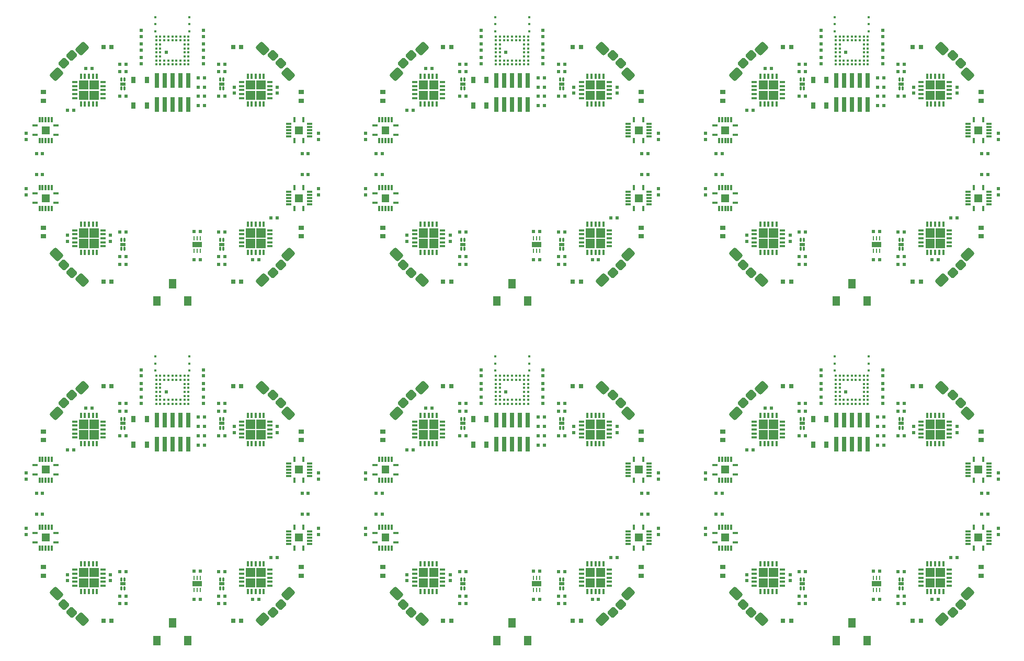
<source format=gtp>
G04*
G04 #@! TF.GenerationSoftware,Altium Limited,Altium Designer,22.3.1 (43)*
G04*
G04 Layer_Color=8421504*
%FSLAX25Y25*%
%MOIN*%
G70*
G04*
G04 #@! TF.SameCoordinates,BE9F1A3D-2FD5-4231-B36C-A3B311DF6078*
G04*
G04*
G04 #@! TF.FilePolarity,Positive*
G04*
G01*
G75*
%ADD12R,0.01203X0.03387*%
%ADD13R,0.03387X0.01203*%
G04:AMPARAMS|DCode=15|XSize=35.43mil|YSize=10.24mil|CornerRadius=1.28mil|HoleSize=0mil|Usage=FLASHONLY|Rotation=0.000|XOffset=0mil|YOffset=0mil|HoleType=Round|Shape=RoundedRectangle|*
%AMROUNDEDRECTD15*
21,1,0.03543,0.00768,0,0,0.0*
21,1,0.03287,0.01024,0,0,0.0*
1,1,0.00256,0.01644,-0.00384*
1,1,0.00256,-0.01644,-0.00384*
1,1,0.00256,-0.01644,0.00384*
1,1,0.00256,0.01644,0.00384*
%
%ADD15ROUNDEDRECTD15*%
G04:AMPARAMS|DCode=16|XSize=35.43mil|YSize=10.24mil|CornerRadius=1.28mil|HoleSize=0mil|Usage=FLASHONLY|Rotation=270.000|XOffset=0mil|YOffset=0mil|HoleType=Round|Shape=RoundedRectangle|*
%AMROUNDEDRECTD16*
21,1,0.03543,0.00768,0,0,270.0*
21,1,0.03287,0.01024,0,0,270.0*
1,1,0.00256,-0.00384,-0.01644*
1,1,0.00256,-0.00384,0.01644*
1,1,0.00256,0.00384,0.01644*
1,1,0.00256,0.00384,-0.01644*
%
%ADD16ROUNDEDRECTD16*%
%ADD19R,0.02992X0.09449*%
G04:AMPARAMS|DCode=20|XSize=23.62mil|YSize=11.81mil|CornerRadius=2.95mil|HoleSize=0mil|Usage=FLASHONLY|Rotation=270.000|XOffset=0mil|YOffset=0mil|HoleType=Round|Shape=RoundedRectangle|*
%AMROUNDEDRECTD20*
21,1,0.02362,0.00591,0,0,270.0*
21,1,0.01772,0.01181,0,0,270.0*
1,1,0.00591,-0.00295,-0.00886*
1,1,0.00591,-0.00295,0.00886*
1,1,0.00591,0.00295,0.00886*
1,1,0.00591,0.00295,-0.00886*
%
%ADD20ROUNDEDRECTD20*%
%ADD21R,0.03386X0.01968*%
%ADD22R,0.01575X0.01575*%
%ADD23R,0.01968X0.01968*%
%ADD24R,0.04724X0.05906*%
%ADD25R,0.04724X0.06299*%
%ADD26R,0.05906X0.03347*%
%ADD27R,0.00984X0.02953*%
%ADD29R,0.02362X0.02165*%
%ADD30R,0.02165X0.02362*%
%ADD31R,0.02362X0.01968*%
%ADD32R,0.01968X0.02362*%
%ADD33R,0.02953X0.03150*%
%ADD34R,0.03200X0.03000*%
%ADD35R,0.02559X0.04134*%
G04:AMPARAMS|DCode=36|XSize=55.12mil|YSize=59.06mil|CornerRadius=13.78mil|HoleSize=0mil|Usage=FLASHONLY|Rotation=225.000|XOffset=0mil|YOffset=0mil|HoleType=Round|Shape=RoundedRectangle|*
%AMROUNDEDRECTD36*
21,1,0.05512,0.03150,0,0,225.0*
21,1,0.02756,0.05906,0,0,225.0*
1,1,0.02756,-0.02088,0.00139*
1,1,0.02756,-0.00139,0.02088*
1,1,0.02756,0.02088,-0.00139*
1,1,0.02756,0.00139,-0.02088*
%
%ADD36ROUNDEDRECTD36*%
G04:AMPARAMS|DCode=37|XSize=59.06mil|YSize=78.74mil|CornerRadius=14.76mil|HoleSize=0mil|Usage=FLASHONLY|Rotation=225.000|XOffset=0mil|YOffset=0mil|HoleType=Round|Shape=RoundedRectangle|*
%AMROUNDEDRECTD37*
21,1,0.05906,0.04921,0,0,225.0*
21,1,0.02953,0.07874,0,0,225.0*
1,1,0.02953,-0.02784,0.00696*
1,1,0.02953,-0.00696,0.02784*
1,1,0.02953,0.02784,-0.00696*
1,1,0.02953,0.00696,-0.02784*
%
%ADD37ROUNDEDRECTD37*%
G04:AMPARAMS|DCode=38|XSize=55.12mil|YSize=59.06mil|CornerRadius=13.78mil|HoleSize=0mil|Usage=FLASHONLY|Rotation=315.000|XOffset=0mil|YOffset=0mil|HoleType=Round|Shape=RoundedRectangle|*
%AMROUNDEDRECTD38*
21,1,0.05512,0.03150,0,0,315.0*
21,1,0.02756,0.05906,0,0,315.0*
1,1,0.02756,-0.00139,-0.02088*
1,1,0.02756,-0.02088,-0.00139*
1,1,0.02756,0.00139,0.02088*
1,1,0.02756,0.02088,0.00139*
%
%ADD38ROUNDEDRECTD38*%
G04:AMPARAMS|DCode=39|XSize=59.06mil|YSize=78.74mil|CornerRadius=14.76mil|HoleSize=0mil|Usage=FLASHONLY|Rotation=315.000|XOffset=0mil|YOffset=0mil|HoleType=Round|Shape=RoundedRectangle|*
%AMROUNDEDRECTD39*
21,1,0.05906,0.04921,0,0,315.0*
21,1,0.02953,0.07874,0,0,315.0*
1,1,0.02953,-0.00696,-0.02784*
1,1,0.02953,-0.02784,-0.00696*
1,1,0.02953,0.00696,0.02784*
1,1,0.02953,0.02784,0.00696*
%
%ADD39ROUNDEDRECTD39*%
G36*
X630222Y401968D02*
X624409D01*
Y407781D01*
X630222D01*
Y401968D01*
D02*
G37*
G36*
X623622D02*
X617809D01*
Y407781D01*
X623622D01*
Y401968D01*
D02*
G37*
G36*
X523923D02*
X518110D01*
Y407781D01*
X523923D01*
Y401968D01*
D02*
G37*
G36*
X517323D02*
X511510D01*
Y407781D01*
X517323D01*
Y401968D01*
D02*
G37*
G36*
X413687D02*
X407874D01*
Y407781D01*
X413687D01*
Y401968D01*
D02*
G37*
G36*
X407087D02*
X401274D01*
Y407781D01*
X407087D01*
Y401968D01*
D02*
G37*
G36*
X307387D02*
X301575D01*
Y407781D01*
X307387D01*
Y401968D01*
D02*
G37*
G36*
X300787D02*
X294975D01*
Y407781D01*
X300787D01*
Y401968D01*
D02*
G37*
G36*
X197151D02*
X191339D01*
Y407781D01*
X197151D01*
Y401968D01*
D02*
G37*
G36*
X190551D02*
X184739D01*
Y407781D01*
X190551D01*
Y401968D01*
D02*
G37*
G36*
X90852D02*
X85039D01*
Y407781D01*
X90852D01*
Y401968D01*
D02*
G37*
G36*
X84252D02*
X78439D01*
Y407781D01*
X84252D01*
Y401968D01*
D02*
G37*
G36*
X630222Y395369D02*
X624409D01*
Y401181D01*
X630222D01*
Y395369D01*
D02*
G37*
G36*
X623622D02*
X617809D01*
Y401181D01*
X623622D01*
Y395369D01*
D02*
G37*
G36*
X523923D02*
X518110D01*
Y401181D01*
X523923D01*
Y395369D01*
D02*
G37*
G36*
X517323D02*
X511510D01*
Y401181D01*
X517323D01*
Y395369D01*
D02*
G37*
G36*
X413687D02*
X407874D01*
Y401181D01*
X413687D01*
Y395369D01*
D02*
G37*
G36*
X407087D02*
X401274D01*
Y401181D01*
X407087D01*
Y395369D01*
D02*
G37*
G36*
X307387D02*
X301575D01*
Y401181D01*
X307387D01*
Y395369D01*
D02*
G37*
G36*
X300787D02*
X294975D01*
Y401181D01*
X300787D01*
Y395369D01*
D02*
G37*
G36*
X197151D02*
X191339D01*
Y401181D01*
X197151D01*
Y395369D01*
D02*
G37*
G36*
X190551D02*
X184739D01*
Y401181D01*
X190551D01*
Y395369D01*
D02*
G37*
G36*
X90852D02*
X85039D01*
Y401181D01*
X90852D01*
Y395369D01*
D02*
G37*
G36*
X84252D02*
X78439D01*
Y401181D01*
X84252D01*
Y395369D01*
D02*
G37*
G36*
X654055Y373504D02*
X649094D01*
Y378465D01*
X654055D01*
Y373504D01*
D02*
G37*
G36*
X492638D02*
X487677D01*
Y378465D01*
X492638D01*
Y373504D01*
D02*
G37*
G36*
X437520D02*
X432559D01*
Y378465D01*
X437520D01*
Y373504D01*
D02*
G37*
G36*
X276102D02*
X271142D01*
Y378465D01*
X276102D01*
Y373504D01*
D02*
G37*
G36*
X220984D02*
X216024D01*
Y378465D01*
X220984D01*
Y373504D01*
D02*
G37*
G36*
X59567D02*
X54606D01*
Y378465D01*
X59567D01*
Y373504D01*
D02*
G37*
G36*
X654055Y330197D02*
X649094D01*
Y335157D01*
X654055D01*
Y330197D01*
D02*
G37*
G36*
X492638D02*
X487677D01*
Y335157D01*
X492638D01*
Y330197D01*
D02*
G37*
G36*
X437520D02*
X432559D01*
Y335157D01*
X437520D01*
Y330197D01*
D02*
G37*
G36*
X276102D02*
X271142D01*
Y335157D01*
X276102D01*
Y330197D01*
D02*
G37*
G36*
X220984D02*
X216024D01*
Y335157D01*
X220984D01*
Y330197D01*
D02*
G37*
G36*
X59567D02*
X54606D01*
Y335157D01*
X59567D01*
Y330197D01*
D02*
G37*
G36*
X630222Y307480D02*
X624409D01*
Y313293D01*
X630222D01*
Y307480D01*
D02*
G37*
G36*
X623622D02*
X617809D01*
Y313293D01*
X623622D01*
Y307480D01*
D02*
G37*
G36*
X523923D02*
X518110D01*
Y313293D01*
X523923D01*
Y307480D01*
D02*
G37*
G36*
X517323D02*
X511510D01*
Y313293D01*
X517323D01*
Y307480D01*
D02*
G37*
G36*
X413687D02*
X407874D01*
Y313293D01*
X413687D01*
Y307480D01*
D02*
G37*
G36*
X407087D02*
X401274D01*
Y313293D01*
X407087D01*
Y307480D01*
D02*
G37*
G36*
X307387D02*
X301575D01*
Y313293D01*
X307387D01*
Y307480D01*
D02*
G37*
G36*
X300787D02*
X294975D01*
Y313293D01*
X300787D01*
Y307480D01*
D02*
G37*
G36*
X197151D02*
X191339D01*
Y313293D01*
X197151D01*
Y307480D01*
D02*
G37*
G36*
X190551D02*
X184739D01*
Y313293D01*
X190551D01*
Y307480D01*
D02*
G37*
G36*
X90852D02*
X85039D01*
Y313293D01*
X90852D01*
Y307480D01*
D02*
G37*
G36*
X84252D02*
X78439D01*
Y313293D01*
X84252D01*
Y307480D01*
D02*
G37*
G36*
X630222Y300880D02*
X624409D01*
Y306693D01*
X630222D01*
Y300880D01*
D02*
G37*
G36*
X623622D02*
X617809D01*
Y306693D01*
X623622D01*
Y300880D01*
D02*
G37*
G36*
X523923D02*
X518110D01*
Y306693D01*
X523923D01*
Y300880D01*
D02*
G37*
G36*
X517323D02*
X511510D01*
Y306693D01*
X517323D01*
Y300880D01*
D02*
G37*
G36*
X413687D02*
X407874D01*
Y306693D01*
X413687D01*
Y300880D01*
D02*
G37*
G36*
X407087D02*
X401274D01*
Y306693D01*
X407087D01*
Y300880D01*
D02*
G37*
G36*
X307387D02*
X301575D01*
Y306693D01*
X307387D01*
Y300880D01*
D02*
G37*
G36*
X300787D02*
X294975D01*
Y306693D01*
X300787D01*
Y300880D01*
D02*
G37*
G36*
X197151D02*
X191339D01*
Y306693D01*
X197151D01*
Y300880D01*
D02*
G37*
G36*
X190551D02*
X184739D01*
Y306693D01*
X190551D01*
Y300880D01*
D02*
G37*
G36*
X90852D02*
X85039D01*
Y306693D01*
X90852D01*
Y300880D01*
D02*
G37*
G36*
X84252D02*
X78439D01*
Y306693D01*
X84252D01*
Y300880D01*
D02*
G37*
G36*
X630222Y185433D02*
X624409D01*
Y191246D01*
X630222D01*
Y185433D01*
D02*
G37*
G36*
X623622D02*
X617809D01*
Y191246D01*
X623622D01*
Y185433D01*
D02*
G37*
G36*
X523923D02*
X518110D01*
Y191246D01*
X523923D01*
Y185433D01*
D02*
G37*
G36*
X517323D02*
X511510D01*
Y191246D01*
X517323D01*
Y185433D01*
D02*
G37*
G36*
X413687D02*
X407874D01*
Y191246D01*
X413687D01*
Y185433D01*
D02*
G37*
G36*
X407087D02*
X401274D01*
Y191246D01*
X407087D01*
Y185433D01*
D02*
G37*
G36*
X307387D02*
X301575D01*
Y191246D01*
X307387D01*
Y185433D01*
D02*
G37*
G36*
X300787D02*
X294975D01*
Y191246D01*
X300787D01*
Y185433D01*
D02*
G37*
G36*
X197151D02*
X191339D01*
Y191246D01*
X197151D01*
Y185433D01*
D02*
G37*
G36*
X190551D02*
X184739D01*
Y191246D01*
X190551D01*
Y185433D01*
D02*
G37*
G36*
X90852D02*
X85039D01*
Y191246D01*
X90852D01*
Y185433D01*
D02*
G37*
G36*
X84252D02*
X78439D01*
Y191246D01*
X84252D01*
Y185433D01*
D02*
G37*
G36*
X630222Y178833D02*
X624409D01*
Y184646D01*
X630222D01*
Y178833D01*
D02*
G37*
G36*
X623622D02*
X617809D01*
Y184646D01*
X623622D01*
Y178833D01*
D02*
G37*
G36*
X523923D02*
X518110D01*
Y184646D01*
X523923D01*
Y178833D01*
D02*
G37*
G36*
X517323D02*
X511510D01*
Y184646D01*
X517323D01*
Y178833D01*
D02*
G37*
G36*
X413687D02*
X407874D01*
Y184646D01*
X413687D01*
Y178833D01*
D02*
G37*
G36*
X407087D02*
X401274D01*
Y184646D01*
X407087D01*
Y178833D01*
D02*
G37*
G36*
X307387D02*
X301575D01*
Y184646D01*
X307387D01*
Y178833D01*
D02*
G37*
G36*
X300787D02*
X294975D01*
Y184646D01*
X300787D01*
Y178833D01*
D02*
G37*
G36*
X197151D02*
X191339D01*
Y184646D01*
X197151D01*
Y178833D01*
D02*
G37*
G36*
X190551D02*
X184739D01*
Y184646D01*
X190551D01*
Y178833D01*
D02*
G37*
G36*
X90852D02*
X85039D01*
Y184646D01*
X90852D01*
Y178833D01*
D02*
G37*
G36*
X84252D02*
X78439D01*
Y184646D01*
X84252D01*
Y178833D01*
D02*
G37*
G36*
X654055Y156968D02*
X649094D01*
Y161929D01*
X654055D01*
Y156968D01*
D02*
G37*
G36*
X492638D02*
X487677D01*
Y161929D01*
X492638D01*
Y156968D01*
D02*
G37*
G36*
X437520D02*
X432559D01*
Y161929D01*
X437520D01*
Y156968D01*
D02*
G37*
G36*
X276102D02*
X271142D01*
Y161929D01*
X276102D01*
Y156968D01*
D02*
G37*
G36*
X220984D02*
X216024D01*
Y161929D01*
X220984D01*
Y156968D01*
D02*
G37*
G36*
X59567D02*
X54606D01*
Y161929D01*
X59567D01*
Y156968D01*
D02*
G37*
G36*
X654055Y113661D02*
X649094D01*
Y118622D01*
X654055D01*
Y113661D01*
D02*
G37*
G36*
X492638D02*
X487677D01*
Y118622D01*
X492638D01*
Y113661D01*
D02*
G37*
G36*
X437520D02*
X432559D01*
Y118622D01*
X437520D01*
Y113661D01*
D02*
G37*
G36*
X276102D02*
X271142D01*
Y118622D01*
X276102D01*
Y113661D01*
D02*
G37*
G36*
X220984D02*
X216024D01*
Y118622D01*
X220984D01*
Y113661D01*
D02*
G37*
G36*
X59567D02*
X54606D01*
Y118622D01*
X59567D01*
Y113661D01*
D02*
G37*
G36*
X630222Y90945D02*
X624409D01*
Y96758D01*
X630222D01*
Y90945D01*
D02*
G37*
G36*
X623622D02*
X617809D01*
Y96758D01*
X623622D01*
Y90945D01*
D02*
G37*
G36*
X523923D02*
X518110D01*
Y96758D01*
X523923D01*
Y90945D01*
D02*
G37*
G36*
X517323D02*
X511510D01*
Y96758D01*
X517323D01*
Y90945D01*
D02*
G37*
G36*
X413687D02*
X407874D01*
Y96758D01*
X413687D01*
Y90945D01*
D02*
G37*
G36*
X407087D02*
X401274D01*
Y96758D01*
X407087D01*
Y90945D01*
D02*
G37*
G36*
X307387D02*
X301575D01*
Y96758D01*
X307387D01*
Y90945D01*
D02*
G37*
G36*
X300787D02*
X294975D01*
Y96758D01*
X300787D01*
Y90945D01*
D02*
G37*
G36*
X197151D02*
X191339D01*
Y96758D01*
X197151D01*
Y90945D01*
D02*
G37*
G36*
X190551D02*
X184739D01*
Y96758D01*
X190551D01*
Y90945D01*
D02*
G37*
G36*
X90852D02*
X85039D01*
Y96758D01*
X90852D01*
Y90945D01*
D02*
G37*
G36*
X84252D02*
X78439D01*
Y96758D01*
X84252D01*
Y90945D01*
D02*
G37*
G36*
X630222Y84345D02*
X624409D01*
Y90158D01*
X630222D01*
Y84345D01*
D02*
G37*
G36*
X623622D02*
X617809D01*
Y90158D01*
X623622D01*
Y84345D01*
D02*
G37*
G36*
X523923D02*
X518110D01*
Y90158D01*
X523923D01*
Y84345D01*
D02*
G37*
G36*
X517323D02*
X511510D01*
Y90158D01*
X517323D01*
Y84345D01*
D02*
G37*
G36*
X413687D02*
X407874D01*
Y90158D01*
X413687D01*
Y84345D01*
D02*
G37*
G36*
X407087D02*
X401274D01*
Y90158D01*
X407087D01*
Y84345D01*
D02*
G37*
G36*
X307387D02*
X301575D01*
Y90158D01*
X307387D01*
Y84345D01*
D02*
G37*
G36*
X300787D02*
X294975D01*
Y90158D01*
X300787D01*
Y84345D01*
D02*
G37*
G36*
X197151D02*
X191339D01*
Y90158D01*
X197151D01*
Y84345D01*
D02*
G37*
G36*
X190551D02*
X184739D01*
Y90158D01*
X190551D01*
Y84345D01*
D02*
G37*
G36*
X90852D02*
X85039D01*
Y90158D01*
X90852D01*
Y84345D01*
D02*
G37*
G36*
X84252D02*
X78439D01*
Y90158D01*
X84252D01*
Y84345D01*
D02*
G37*
D12*
X89764Y176096D02*
D03*
X87205D02*
D03*
X84646D02*
D03*
X82087D02*
D03*
X79528D02*
D03*
Y193983D02*
D03*
X82087D02*
D03*
X84646D02*
D03*
X87205D02*
D03*
X89764D02*
D03*
X196063Y176096D02*
D03*
X193504D02*
D03*
X190945D02*
D03*
X188386D02*
D03*
X185827D02*
D03*
Y193983D02*
D03*
X188386D02*
D03*
X190945D02*
D03*
X193504D02*
D03*
X196063D02*
D03*
X79528Y99495D02*
D03*
X82087D02*
D03*
X84646D02*
D03*
X87205D02*
D03*
X89764D02*
D03*
Y81608D02*
D03*
X87205D02*
D03*
X84646D02*
D03*
X82087D02*
D03*
X79528D02*
D03*
X185827Y99495D02*
D03*
X188386D02*
D03*
X190945D02*
D03*
X193504D02*
D03*
X196063D02*
D03*
Y81608D02*
D03*
X193504D02*
D03*
X190945D02*
D03*
X188386D02*
D03*
X185827D02*
D03*
X306299Y176096D02*
D03*
X303740D02*
D03*
X301181D02*
D03*
X298622D02*
D03*
X296063D02*
D03*
Y193983D02*
D03*
X298622D02*
D03*
X301181D02*
D03*
X303740D02*
D03*
X306299D02*
D03*
X412598Y176096D02*
D03*
X410039D02*
D03*
X407480D02*
D03*
X404921D02*
D03*
X402362D02*
D03*
Y193983D02*
D03*
X404921D02*
D03*
X407480D02*
D03*
X410039D02*
D03*
X412598D02*
D03*
X296063Y99495D02*
D03*
X298622D02*
D03*
X301181D02*
D03*
X303740D02*
D03*
X306299D02*
D03*
Y81608D02*
D03*
X303740D02*
D03*
X301181D02*
D03*
X298622D02*
D03*
X296063D02*
D03*
X402362Y99495D02*
D03*
X404921D02*
D03*
X407480D02*
D03*
X410039D02*
D03*
X412598D02*
D03*
Y81608D02*
D03*
X410039D02*
D03*
X407480D02*
D03*
X404921D02*
D03*
X402362D02*
D03*
X522835Y176096D02*
D03*
X520276D02*
D03*
X517717D02*
D03*
X515158D02*
D03*
X512598D02*
D03*
Y193983D02*
D03*
X515158D02*
D03*
X517717D02*
D03*
X520276D02*
D03*
X522835D02*
D03*
X629134Y176096D02*
D03*
X626575D02*
D03*
X624016D02*
D03*
X621457D02*
D03*
X618898D02*
D03*
Y193983D02*
D03*
X621457D02*
D03*
X624016D02*
D03*
X626575D02*
D03*
X629134D02*
D03*
X512598Y99495D02*
D03*
X515158D02*
D03*
X517717D02*
D03*
X520276D02*
D03*
X522835D02*
D03*
Y81608D02*
D03*
X520276D02*
D03*
X517717D02*
D03*
X515158D02*
D03*
X512598D02*
D03*
X618898Y99495D02*
D03*
X621457D02*
D03*
X624016D02*
D03*
X626575D02*
D03*
X629134D02*
D03*
Y81608D02*
D03*
X626575D02*
D03*
X624016D02*
D03*
X621457D02*
D03*
X618898D02*
D03*
X89764Y392631D02*
D03*
X87205D02*
D03*
X84646D02*
D03*
X82087D02*
D03*
X79528D02*
D03*
Y410519D02*
D03*
X82087D02*
D03*
X84646D02*
D03*
X87205D02*
D03*
X89764D02*
D03*
X196063Y392631D02*
D03*
X193504D02*
D03*
X190945D02*
D03*
X188386D02*
D03*
X185827D02*
D03*
Y410519D02*
D03*
X188386D02*
D03*
X190945D02*
D03*
X193504D02*
D03*
X196063D02*
D03*
X79528Y316030D02*
D03*
X82087D02*
D03*
X84646D02*
D03*
X87205D02*
D03*
X89764D02*
D03*
Y298143D02*
D03*
X87205D02*
D03*
X84646D02*
D03*
X82087D02*
D03*
X79528D02*
D03*
X185827Y316030D02*
D03*
X188386D02*
D03*
X190945D02*
D03*
X193504D02*
D03*
X196063D02*
D03*
Y298143D02*
D03*
X193504D02*
D03*
X190945D02*
D03*
X188386D02*
D03*
X185827D02*
D03*
X306299Y392631D02*
D03*
X303740D02*
D03*
X301181D02*
D03*
X298622D02*
D03*
X296063D02*
D03*
Y410519D02*
D03*
X298622D02*
D03*
X301181D02*
D03*
X303740D02*
D03*
X306299D02*
D03*
X412598Y392631D02*
D03*
X410039D02*
D03*
X407480D02*
D03*
X404921D02*
D03*
X402362D02*
D03*
Y410519D02*
D03*
X404921D02*
D03*
X407480D02*
D03*
X410039D02*
D03*
X412598D02*
D03*
X296063Y316030D02*
D03*
X298622D02*
D03*
X301181D02*
D03*
X303740D02*
D03*
X306299D02*
D03*
Y298143D02*
D03*
X303740D02*
D03*
X301181D02*
D03*
X298622D02*
D03*
X296063D02*
D03*
X402362Y316030D02*
D03*
X404921D02*
D03*
X407480D02*
D03*
X410039D02*
D03*
X412598D02*
D03*
Y298143D02*
D03*
X410039D02*
D03*
X407480D02*
D03*
X404921D02*
D03*
X402362D02*
D03*
X522835Y392631D02*
D03*
X520276D02*
D03*
X517717D02*
D03*
X515158D02*
D03*
X512598D02*
D03*
Y410519D02*
D03*
X515158D02*
D03*
X517717D02*
D03*
X520276D02*
D03*
X522835D02*
D03*
X629134Y392631D02*
D03*
X626575D02*
D03*
X624016D02*
D03*
X621457D02*
D03*
X618898D02*
D03*
Y410519D02*
D03*
X621457D02*
D03*
X624016D02*
D03*
X626575D02*
D03*
X629134D02*
D03*
X512598Y316030D02*
D03*
X515158D02*
D03*
X517717D02*
D03*
X520276D02*
D03*
X522835D02*
D03*
Y298143D02*
D03*
X520276D02*
D03*
X517717D02*
D03*
X515158D02*
D03*
X512598D02*
D03*
X618898Y316030D02*
D03*
X621457D02*
D03*
X624016D02*
D03*
X626575D02*
D03*
X629134D02*
D03*
Y298143D02*
D03*
X626575D02*
D03*
X624016D02*
D03*
X621457D02*
D03*
X618898D02*
D03*
D13*
X75702Y179921D02*
D03*
Y182480D02*
D03*
Y185039D02*
D03*
Y187598D02*
D03*
Y190157D02*
D03*
X93589D02*
D03*
Y187598D02*
D03*
Y185039D02*
D03*
Y182480D02*
D03*
Y179921D02*
D03*
X199889Y190157D02*
D03*
Y187598D02*
D03*
Y185039D02*
D03*
Y182480D02*
D03*
Y179921D02*
D03*
X182001D02*
D03*
Y182480D02*
D03*
Y185039D02*
D03*
Y187598D02*
D03*
Y190157D02*
D03*
X75702Y85433D02*
D03*
Y87992D02*
D03*
Y90551D02*
D03*
Y93110D02*
D03*
Y95669D02*
D03*
X93589D02*
D03*
Y93110D02*
D03*
Y90551D02*
D03*
Y87992D02*
D03*
Y85433D02*
D03*
X199889Y95669D02*
D03*
Y93110D02*
D03*
Y90551D02*
D03*
Y87992D02*
D03*
Y85433D02*
D03*
X182001D02*
D03*
Y87992D02*
D03*
Y90551D02*
D03*
Y93110D02*
D03*
Y95669D02*
D03*
X292237Y179921D02*
D03*
Y182480D02*
D03*
Y185039D02*
D03*
Y187598D02*
D03*
Y190157D02*
D03*
X310125D02*
D03*
Y187598D02*
D03*
Y185039D02*
D03*
Y182480D02*
D03*
Y179921D02*
D03*
X416424Y190157D02*
D03*
Y187598D02*
D03*
Y185039D02*
D03*
Y182480D02*
D03*
Y179921D02*
D03*
X398537D02*
D03*
Y182480D02*
D03*
Y185039D02*
D03*
Y187598D02*
D03*
Y190157D02*
D03*
X292237Y85433D02*
D03*
Y87992D02*
D03*
Y90551D02*
D03*
Y93110D02*
D03*
Y95669D02*
D03*
X310125D02*
D03*
Y93110D02*
D03*
Y90551D02*
D03*
Y87992D02*
D03*
Y85433D02*
D03*
X416424Y95669D02*
D03*
Y93110D02*
D03*
Y90551D02*
D03*
Y87992D02*
D03*
Y85433D02*
D03*
X398537D02*
D03*
Y87992D02*
D03*
Y90551D02*
D03*
Y93110D02*
D03*
Y95669D02*
D03*
X508773Y179921D02*
D03*
Y182480D02*
D03*
Y185039D02*
D03*
Y187598D02*
D03*
Y190157D02*
D03*
X526660D02*
D03*
Y187598D02*
D03*
Y185039D02*
D03*
Y182480D02*
D03*
Y179921D02*
D03*
X632960Y190157D02*
D03*
Y187598D02*
D03*
Y185039D02*
D03*
Y182480D02*
D03*
Y179921D02*
D03*
X615072D02*
D03*
Y182480D02*
D03*
Y185039D02*
D03*
Y187598D02*
D03*
Y190157D02*
D03*
X508773Y85433D02*
D03*
Y87992D02*
D03*
Y90551D02*
D03*
Y93110D02*
D03*
Y95669D02*
D03*
X526660D02*
D03*
Y93110D02*
D03*
Y90551D02*
D03*
Y87992D02*
D03*
Y85433D02*
D03*
X632960Y95669D02*
D03*
Y93110D02*
D03*
Y90551D02*
D03*
Y87992D02*
D03*
Y85433D02*
D03*
X615072D02*
D03*
Y87992D02*
D03*
Y90551D02*
D03*
Y93110D02*
D03*
Y95669D02*
D03*
X75702Y396457D02*
D03*
Y399016D02*
D03*
Y401575D02*
D03*
Y404134D02*
D03*
Y406693D02*
D03*
X93589D02*
D03*
Y404134D02*
D03*
Y401575D02*
D03*
Y399016D02*
D03*
Y396457D02*
D03*
X199889Y406693D02*
D03*
Y404134D02*
D03*
Y401575D02*
D03*
Y399016D02*
D03*
Y396457D02*
D03*
X182001D02*
D03*
Y399016D02*
D03*
Y401575D02*
D03*
Y404134D02*
D03*
Y406693D02*
D03*
X75702Y301969D02*
D03*
Y304528D02*
D03*
Y307087D02*
D03*
Y309646D02*
D03*
Y312205D02*
D03*
X93589D02*
D03*
Y309646D02*
D03*
Y307087D02*
D03*
Y304528D02*
D03*
Y301969D02*
D03*
X199889Y312205D02*
D03*
Y309646D02*
D03*
Y307087D02*
D03*
Y304528D02*
D03*
Y301969D02*
D03*
X182001D02*
D03*
Y304528D02*
D03*
Y307087D02*
D03*
Y309646D02*
D03*
Y312205D02*
D03*
X292237Y396457D02*
D03*
Y399016D02*
D03*
Y401575D02*
D03*
Y404134D02*
D03*
Y406693D02*
D03*
X310125D02*
D03*
Y404134D02*
D03*
Y401575D02*
D03*
Y399016D02*
D03*
Y396457D02*
D03*
X416424Y406693D02*
D03*
Y404134D02*
D03*
Y401575D02*
D03*
Y399016D02*
D03*
Y396457D02*
D03*
X398537D02*
D03*
Y399016D02*
D03*
Y401575D02*
D03*
Y404134D02*
D03*
Y406693D02*
D03*
X292237Y301969D02*
D03*
Y304528D02*
D03*
Y307087D02*
D03*
Y309646D02*
D03*
Y312205D02*
D03*
X310125D02*
D03*
Y309646D02*
D03*
Y307087D02*
D03*
Y304528D02*
D03*
Y301969D02*
D03*
X416424Y312205D02*
D03*
Y309646D02*
D03*
Y307087D02*
D03*
Y304528D02*
D03*
Y301969D02*
D03*
X398537D02*
D03*
Y304528D02*
D03*
Y307087D02*
D03*
Y309646D02*
D03*
Y312205D02*
D03*
X508773Y396457D02*
D03*
Y399016D02*
D03*
Y401575D02*
D03*
Y404134D02*
D03*
Y406693D02*
D03*
X526660D02*
D03*
Y404134D02*
D03*
Y401575D02*
D03*
Y399016D02*
D03*
Y396457D02*
D03*
X632960Y406693D02*
D03*
Y404134D02*
D03*
Y401575D02*
D03*
Y399016D02*
D03*
Y396457D02*
D03*
X615072D02*
D03*
Y399016D02*
D03*
Y401575D02*
D03*
Y404134D02*
D03*
Y406693D02*
D03*
X508773Y301969D02*
D03*
Y304528D02*
D03*
Y307087D02*
D03*
Y309646D02*
D03*
Y312205D02*
D03*
X526660D02*
D03*
Y309646D02*
D03*
Y307087D02*
D03*
Y304528D02*
D03*
Y301969D02*
D03*
X632960Y312205D02*
D03*
Y309646D02*
D03*
Y307087D02*
D03*
Y304528D02*
D03*
Y301969D02*
D03*
X615072D02*
D03*
Y304528D02*
D03*
Y307087D02*
D03*
Y309646D02*
D03*
Y312205D02*
D03*
D15*
X211870Y163386D02*
D03*
Y161417D02*
D03*
Y159449D02*
D03*
Y157480D02*
D03*
Y155512D02*
D03*
X225138D02*
D03*
Y157480D02*
D03*
Y159449D02*
D03*
Y161417D02*
D03*
Y163386D02*
D03*
X50453Y162402D02*
D03*
Y156496D02*
D03*
X63721D02*
D03*
Y162402D02*
D03*
X50453Y119095D02*
D03*
Y113189D02*
D03*
X63721D02*
D03*
Y119095D02*
D03*
X211870Y120079D02*
D03*
Y118110D02*
D03*
Y116142D02*
D03*
Y114173D02*
D03*
Y112205D02*
D03*
X225138D02*
D03*
Y114173D02*
D03*
Y116142D02*
D03*
Y118110D02*
D03*
Y120079D02*
D03*
X428406Y163386D02*
D03*
Y161417D02*
D03*
Y159449D02*
D03*
Y157480D02*
D03*
Y155512D02*
D03*
X441673D02*
D03*
Y157480D02*
D03*
Y159449D02*
D03*
Y161417D02*
D03*
Y163386D02*
D03*
X266988Y162402D02*
D03*
Y156496D02*
D03*
X280256D02*
D03*
Y162402D02*
D03*
X266988Y119095D02*
D03*
Y113189D02*
D03*
X280256D02*
D03*
Y119095D02*
D03*
X428406Y120079D02*
D03*
Y118110D02*
D03*
Y116142D02*
D03*
Y114173D02*
D03*
Y112205D02*
D03*
X441673D02*
D03*
Y114173D02*
D03*
Y116142D02*
D03*
Y118110D02*
D03*
Y120079D02*
D03*
X644941Y163386D02*
D03*
Y161417D02*
D03*
Y159449D02*
D03*
Y157480D02*
D03*
Y155512D02*
D03*
X658209D02*
D03*
Y157480D02*
D03*
Y159449D02*
D03*
Y161417D02*
D03*
Y163386D02*
D03*
X483524Y162402D02*
D03*
Y156496D02*
D03*
X496791D02*
D03*
Y162402D02*
D03*
X483524Y119095D02*
D03*
Y113189D02*
D03*
X496791D02*
D03*
Y119095D02*
D03*
X644941Y120079D02*
D03*
Y118110D02*
D03*
Y116142D02*
D03*
Y114173D02*
D03*
Y112205D02*
D03*
X658209D02*
D03*
Y114173D02*
D03*
Y116142D02*
D03*
Y118110D02*
D03*
Y120079D02*
D03*
X211870Y379921D02*
D03*
Y377953D02*
D03*
Y375984D02*
D03*
Y374016D02*
D03*
Y372047D02*
D03*
X225138D02*
D03*
Y374016D02*
D03*
Y375984D02*
D03*
Y377953D02*
D03*
Y379921D02*
D03*
X50453Y378937D02*
D03*
Y373031D02*
D03*
X63721D02*
D03*
Y378937D02*
D03*
X50453Y335630D02*
D03*
Y329724D02*
D03*
X63721D02*
D03*
Y335630D02*
D03*
X211870Y336614D02*
D03*
Y334646D02*
D03*
Y332677D02*
D03*
Y330709D02*
D03*
Y328740D02*
D03*
X225138D02*
D03*
Y330709D02*
D03*
Y332677D02*
D03*
Y334646D02*
D03*
Y336614D02*
D03*
X428406Y379921D02*
D03*
Y377953D02*
D03*
Y375984D02*
D03*
Y374016D02*
D03*
Y372047D02*
D03*
X441673D02*
D03*
Y374016D02*
D03*
Y375984D02*
D03*
Y377953D02*
D03*
Y379921D02*
D03*
X266988Y378937D02*
D03*
Y373031D02*
D03*
X280256D02*
D03*
Y378937D02*
D03*
X266988Y335630D02*
D03*
Y329724D02*
D03*
X280256D02*
D03*
Y335630D02*
D03*
X428406Y336614D02*
D03*
Y334646D02*
D03*
Y332677D02*
D03*
Y330709D02*
D03*
Y328740D02*
D03*
X441673D02*
D03*
Y330709D02*
D03*
Y332677D02*
D03*
Y334646D02*
D03*
Y336614D02*
D03*
X644941Y379921D02*
D03*
Y377953D02*
D03*
Y375984D02*
D03*
Y374016D02*
D03*
Y372047D02*
D03*
X658209D02*
D03*
Y374016D02*
D03*
Y375984D02*
D03*
Y377953D02*
D03*
Y379921D02*
D03*
X483524Y378937D02*
D03*
Y373031D02*
D03*
X496791D02*
D03*
Y378937D02*
D03*
X483524Y335630D02*
D03*
Y329724D02*
D03*
X496791D02*
D03*
Y335630D02*
D03*
X644941Y336614D02*
D03*
Y334646D02*
D03*
Y332677D02*
D03*
Y330709D02*
D03*
Y328740D02*
D03*
X658209D02*
D03*
Y330709D02*
D03*
Y332677D02*
D03*
Y334646D02*
D03*
Y336614D02*
D03*
D16*
X221457Y166083D02*
D03*
X215551D02*
D03*
Y152815D02*
D03*
X221457D02*
D03*
X53150D02*
D03*
X55118D02*
D03*
X57087D02*
D03*
X59055D02*
D03*
X61024D02*
D03*
Y166083D02*
D03*
X59055D02*
D03*
X57087D02*
D03*
X55118D02*
D03*
X53150D02*
D03*
Y109508D02*
D03*
X55118D02*
D03*
X57087D02*
D03*
X59055D02*
D03*
X61024D02*
D03*
Y122776D02*
D03*
X59055D02*
D03*
X57087D02*
D03*
X55118D02*
D03*
X53150D02*
D03*
X221457D02*
D03*
X215551D02*
D03*
Y109508D02*
D03*
X221457D02*
D03*
X437992Y166083D02*
D03*
X432087D02*
D03*
Y152815D02*
D03*
X437992D02*
D03*
X269685D02*
D03*
X271654D02*
D03*
X273622D02*
D03*
X275591D02*
D03*
X277559D02*
D03*
Y166083D02*
D03*
X275591D02*
D03*
X273622D02*
D03*
X271654D02*
D03*
X269685D02*
D03*
Y109508D02*
D03*
X271654D02*
D03*
X273622D02*
D03*
X275591D02*
D03*
X277559D02*
D03*
Y122776D02*
D03*
X275591D02*
D03*
X273622D02*
D03*
X271654D02*
D03*
X269685D02*
D03*
X437992D02*
D03*
X432087D02*
D03*
Y109508D02*
D03*
X437992D02*
D03*
X654528Y166083D02*
D03*
X648622D02*
D03*
Y152815D02*
D03*
X654528D02*
D03*
X486221D02*
D03*
X488189D02*
D03*
X490158D02*
D03*
X492126D02*
D03*
X494095D02*
D03*
Y166083D02*
D03*
X492126D02*
D03*
X490158D02*
D03*
X488189D02*
D03*
X486221D02*
D03*
Y109508D02*
D03*
X488189D02*
D03*
X490158D02*
D03*
X492126D02*
D03*
X494095D02*
D03*
Y122776D02*
D03*
X492126D02*
D03*
X490158D02*
D03*
X488189D02*
D03*
X486221D02*
D03*
X654528D02*
D03*
X648622D02*
D03*
Y109508D02*
D03*
X654528D02*
D03*
X221457Y382618D02*
D03*
X215551D02*
D03*
Y369350D02*
D03*
X221457D02*
D03*
X53150D02*
D03*
X55118D02*
D03*
X57087D02*
D03*
X59055D02*
D03*
X61024D02*
D03*
Y382618D02*
D03*
X59055D02*
D03*
X57087D02*
D03*
X55118D02*
D03*
X53150D02*
D03*
Y326043D02*
D03*
X55118D02*
D03*
X57087D02*
D03*
X59055D02*
D03*
X61024D02*
D03*
Y339311D02*
D03*
X59055D02*
D03*
X57087D02*
D03*
X55118D02*
D03*
X53150D02*
D03*
X221457D02*
D03*
X215551D02*
D03*
Y326043D02*
D03*
X221457D02*
D03*
X437992Y382618D02*
D03*
X432087D02*
D03*
Y369350D02*
D03*
X437992D02*
D03*
X269685D02*
D03*
X271654D02*
D03*
X273622D02*
D03*
X275591D02*
D03*
X277559D02*
D03*
Y382618D02*
D03*
X275591D02*
D03*
X273622D02*
D03*
X271654D02*
D03*
X269685D02*
D03*
Y326043D02*
D03*
X271654D02*
D03*
X273622D02*
D03*
X275591D02*
D03*
X277559D02*
D03*
Y339311D02*
D03*
X275591D02*
D03*
X273622D02*
D03*
X271654D02*
D03*
X269685D02*
D03*
X437992D02*
D03*
X432087D02*
D03*
Y326043D02*
D03*
X437992D02*
D03*
X654528Y382618D02*
D03*
X648622D02*
D03*
Y369350D02*
D03*
X654528D02*
D03*
X486221D02*
D03*
X488189D02*
D03*
X490158D02*
D03*
X492126D02*
D03*
X494095D02*
D03*
Y382618D02*
D03*
X492126D02*
D03*
X490158D02*
D03*
X488189D02*
D03*
X486221D02*
D03*
Y326043D02*
D03*
X488189D02*
D03*
X490158D02*
D03*
X492126D02*
D03*
X494095D02*
D03*
Y339311D02*
D03*
X492126D02*
D03*
X490158D02*
D03*
X488189D02*
D03*
X486221D02*
D03*
X654528D02*
D03*
X648622D02*
D03*
Y326043D02*
D03*
X654528D02*
D03*
D19*
X127795Y175787D02*
D03*
X132795D02*
D03*
X127795Y191142D02*
D03*
X132795D02*
D03*
X137795Y175787D02*
D03*
X142795D02*
D03*
X147795D02*
D03*
X137795Y191142D02*
D03*
X142795D02*
D03*
X147795D02*
D03*
X344331Y175787D02*
D03*
X349331D02*
D03*
X344331Y191142D02*
D03*
X349331D02*
D03*
X354331Y175787D02*
D03*
X359331D02*
D03*
X364331D02*
D03*
X354331Y191142D02*
D03*
X359331D02*
D03*
X364331D02*
D03*
X560866Y175787D02*
D03*
X565866D02*
D03*
X560866Y191142D02*
D03*
X565866D02*
D03*
X570866Y175787D02*
D03*
X575866D02*
D03*
X580866D02*
D03*
X570866Y191142D02*
D03*
X575866D02*
D03*
X580866D02*
D03*
X127795Y392323D02*
D03*
X132795D02*
D03*
X127795Y407677D02*
D03*
X132795D02*
D03*
X137795Y392323D02*
D03*
X142795D02*
D03*
X147795D02*
D03*
X137795Y407677D02*
D03*
X142795D02*
D03*
X147795D02*
D03*
X344331Y392323D02*
D03*
X349331D02*
D03*
X344331Y407677D02*
D03*
X349331D02*
D03*
X354331Y392323D02*
D03*
X359331D02*
D03*
X364331D02*
D03*
X354331Y407677D02*
D03*
X359331D02*
D03*
X364331D02*
D03*
X560866Y392323D02*
D03*
X565866D02*
D03*
X560866Y407677D02*
D03*
X565866D02*
D03*
X570866Y392323D02*
D03*
X575866D02*
D03*
X580866D02*
D03*
X570866Y407677D02*
D03*
X575866D02*
D03*
X580866D02*
D03*
D20*
X107283Y191831D02*
D03*
X105315D02*
D03*
X107283Y186122D02*
D03*
X105315D02*
D03*
X168307D02*
D03*
X170276D02*
D03*
X168307Y191831D02*
D03*
X170276D02*
D03*
X107283Y89468D02*
D03*
X105315D02*
D03*
X107283Y83760D02*
D03*
X105315D02*
D03*
X168307D02*
D03*
X170276D02*
D03*
X168307Y89468D02*
D03*
X170276D02*
D03*
X323819Y191831D02*
D03*
X321850D02*
D03*
X323819Y186122D02*
D03*
X321850D02*
D03*
X384842D02*
D03*
X386811D02*
D03*
X384842Y191831D02*
D03*
X386811D02*
D03*
X323819Y89468D02*
D03*
X321850D02*
D03*
X323819Y83760D02*
D03*
X321850D02*
D03*
X384842D02*
D03*
X386811D02*
D03*
X384842Y89468D02*
D03*
X386811D02*
D03*
X540354Y191831D02*
D03*
X538386D02*
D03*
X540354Y186122D02*
D03*
X538386D02*
D03*
X601378D02*
D03*
X603346D02*
D03*
X601378Y191831D02*
D03*
X603346D02*
D03*
X540354Y89468D02*
D03*
X538386D02*
D03*
X540354Y83760D02*
D03*
X538386D02*
D03*
X601378D02*
D03*
X603346D02*
D03*
X601378Y89468D02*
D03*
X603346D02*
D03*
X107283Y408366D02*
D03*
X105315D02*
D03*
X107283Y402658D02*
D03*
X105315D02*
D03*
X168307D02*
D03*
X170276D02*
D03*
X168307Y408366D02*
D03*
X170276D02*
D03*
X107283Y306004D02*
D03*
X105315D02*
D03*
X107283Y300295D02*
D03*
X105315D02*
D03*
X168307D02*
D03*
X170276D02*
D03*
X168307Y306004D02*
D03*
X170276D02*
D03*
X323819Y408366D02*
D03*
X321850D02*
D03*
X323819Y402658D02*
D03*
X321850D02*
D03*
X384842D02*
D03*
X386811D02*
D03*
X384842Y408366D02*
D03*
X386811D02*
D03*
X323819Y306004D02*
D03*
X321850D02*
D03*
X323819Y300295D02*
D03*
X321850D02*
D03*
X384842D02*
D03*
X386811D02*
D03*
X384842Y306004D02*
D03*
X386811D02*
D03*
X540354Y408366D02*
D03*
X538386D02*
D03*
X540354Y402658D02*
D03*
X538386D02*
D03*
X601378D02*
D03*
X603346D02*
D03*
X601378Y408366D02*
D03*
X603346D02*
D03*
X540354Y306004D02*
D03*
X538386D02*
D03*
X540354Y300295D02*
D03*
X538386D02*
D03*
X601378D02*
D03*
X603346D02*
D03*
X601378Y306004D02*
D03*
X603346D02*
D03*
D21*
X106299Y188976D02*
D03*
X169291D02*
D03*
X106299Y86614D02*
D03*
X169291D02*
D03*
X322835Y188976D02*
D03*
X385827D02*
D03*
X322835Y86614D02*
D03*
X385827D02*
D03*
X539370Y188976D02*
D03*
X602362D02*
D03*
X539370Y86614D02*
D03*
X602362D02*
D03*
X106299Y405512D02*
D03*
X169291D02*
D03*
X106299Y303150D02*
D03*
X169291D02*
D03*
X322835Y405512D02*
D03*
X385827D02*
D03*
X322835Y303150D02*
D03*
X385827D02*
D03*
X539370Y405512D02*
D03*
X602362D02*
D03*
X539370Y303150D02*
D03*
X602362D02*
D03*
D22*
X148622Y222589D02*
D03*
Y231644D02*
D03*
Y227116D02*
D03*
X126969Y227116D02*
D03*
Y231644D02*
D03*
Y222589D02*
D03*
X130118Y214222D02*
D03*
Y211663D02*
D03*
Y209104D02*
D03*
Y206545D02*
D03*
Y203986D02*
D03*
X132677D02*
D03*
X135236D02*
D03*
X137795D02*
D03*
X140354D02*
D03*
X142913D02*
D03*
X145472Y203986D02*
D03*
Y206545D02*
D03*
Y209104D02*
D03*
Y211663D02*
D03*
Y214222D02*
D03*
Y216781D02*
D03*
X142913Y216781D02*
D03*
X140354D02*
D03*
X137795D02*
D03*
X135236D02*
D03*
X132677D02*
D03*
X130118D02*
D03*
X127559Y216781D02*
D03*
Y214222D02*
D03*
Y211663D02*
D03*
Y209104D02*
D03*
Y206545D02*
D03*
X127559Y203986D02*
D03*
X127559Y201427D02*
D03*
X130118D02*
D03*
X132677D02*
D03*
X135236Y201427D02*
D03*
X137795Y201427D02*
D03*
X140354D02*
D03*
X142913Y201427D02*
D03*
X145472Y201427D02*
D03*
X148031D02*
D03*
X148031Y203986D02*
D03*
X148031Y206545D02*
D03*
Y209104D02*
D03*
Y211663D02*
D03*
X148031Y214222D02*
D03*
Y216781D02*
D03*
X148031Y219340D02*
D03*
X145472D02*
D03*
X142913D02*
D03*
X140354D02*
D03*
X137795D02*
D03*
X135236Y219340D02*
D03*
X132677Y219340D02*
D03*
X130118D02*
D03*
X127559D02*
D03*
X365158Y222589D02*
D03*
Y231644D02*
D03*
Y227116D02*
D03*
X343504Y227116D02*
D03*
Y231644D02*
D03*
Y222589D02*
D03*
X346654Y214222D02*
D03*
Y211663D02*
D03*
Y209104D02*
D03*
Y206545D02*
D03*
Y203986D02*
D03*
X349213D02*
D03*
X351772D02*
D03*
X354331D02*
D03*
X356890D02*
D03*
X359449D02*
D03*
X362008Y203986D02*
D03*
Y206545D02*
D03*
Y209104D02*
D03*
Y211663D02*
D03*
Y214222D02*
D03*
Y216781D02*
D03*
X359449Y216781D02*
D03*
X356890D02*
D03*
X354331D02*
D03*
X351772D02*
D03*
X349213D02*
D03*
X346654D02*
D03*
X344094Y216781D02*
D03*
Y214222D02*
D03*
Y211663D02*
D03*
Y209104D02*
D03*
Y206545D02*
D03*
X344094Y203986D02*
D03*
X344094Y201427D02*
D03*
X346654D02*
D03*
X349213D02*
D03*
X351772Y201427D02*
D03*
X354331Y201427D02*
D03*
X356890D02*
D03*
X359449Y201427D02*
D03*
X362008Y201427D02*
D03*
X364567D02*
D03*
X364567Y203986D02*
D03*
X364567Y206545D02*
D03*
Y209104D02*
D03*
Y211663D02*
D03*
X364567Y214222D02*
D03*
Y216781D02*
D03*
X364567Y219340D02*
D03*
X362008D02*
D03*
X359449D02*
D03*
X356890D02*
D03*
X354331D02*
D03*
X351772Y219340D02*
D03*
X349213Y219340D02*
D03*
X346654D02*
D03*
X344094D02*
D03*
X581693Y222589D02*
D03*
Y231644D02*
D03*
Y227116D02*
D03*
X560039Y227116D02*
D03*
Y231644D02*
D03*
Y222589D02*
D03*
X563189Y214222D02*
D03*
Y211663D02*
D03*
Y209104D02*
D03*
Y206545D02*
D03*
Y203986D02*
D03*
X565748D02*
D03*
X568307D02*
D03*
X570866D02*
D03*
X573425D02*
D03*
X575984D02*
D03*
X578543Y203986D02*
D03*
Y206545D02*
D03*
Y209104D02*
D03*
Y211663D02*
D03*
Y214222D02*
D03*
Y216781D02*
D03*
X575984Y216781D02*
D03*
X573425D02*
D03*
X570866D02*
D03*
X568307D02*
D03*
X565748D02*
D03*
X563189D02*
D03*
X560630Y216781D02*
D03*
Y214222D02*
D03*
Y211663D02*
D03*
Y209104D02*
D03*
Y206545D02*
D03*
X560630Y203986D02*
D03*
X560630Y201427D02*
D03*
X563189D02*
D03*
X565748D02*
D03*
X568307Y201427D02*
D03*
X570866Y201427D02*
D03*
X573425D02*
D03*
X575984Y201427D02*
D03*
X578543Y201427D02*
D03*
X581102D02*
D03*
X581102Y203986D02*
D03*
X581102Y206545D02*
D03*
Y209104D02*
D03*
Y211663D02*
D03*
X581102Y214222D02*
D03*
Y216781D02*
D03*
X581102Y219340D02*
D03*
X578543D02*
D03*
X575984D02*
D03*
X573425D02*
D03*
X570866D02*
D03*
X568307Y219340D02*
D03*
X565748Y219340D02*
D03*
X563189D02*
D03*
X560630D02*
D03*
X148622Y439124D02*
D03*
Y448179D02*
D03*
Y443652D02*
D03*
X126969Y443652D02*
D03*
Y448179D02*
D03*
Y439124D02*
D03*
X130118Y430758D02*
D03*
Y428199D02*
D03*
Y425640D02*
D03*
Y423081D02*
D03*
Y420522D02*
D03*
X132677D02*
D03*
X135236D02*
D03*
X137795D02*
D03*
X140354D02*
D03*
X142913D02*
D03*
X145472Y420522D02*
D03*
Y423081D02*
D03*
Y425640D02*
D03*
Y428199D02*
D03*
Y430758D02*
D03*
Y433317D02*
D03*
X142913Y433317D02*
D03*
X140354D02*
D03*
X137795D02*
D03*
X135236D02*
D03*
X132677D02*
D03*
X130118D02*
D03*
X127559Y433317D02*
D03*
Y430758D02*
D03*
Y428199D02*
D03*
Y425640D02*
D03*
Y423081D02*
D03*
X127559Y420522D02*
D03*
X127559Y417963D02*
D03*
X130118D02*
D03*
X132677D02*
D03*
X135236Y417963D02*
D03*
X137795Y417963D02*
D03*
X140354D02*
D03*
X142913Y417963D02*
D03*
X145472Y417963D02*
D03*
X148031D02*
D03*
X148031Y420522D02*
D03*
X148031Y423081D02*
D03*
Y425640D02*
D03*
Y428199D02*
D03*
X148031Y430758D02*
D03*
Y433317D02*
D03*
X148031Y435876D02*
D03*
X145472D02*
D03*
X142913D02*
D03*
X140354D02*
D03*
X137795D02*
D03*
X135236Y435876D02*
D03*
X132677Y435876D02*
D03*
X130118D02*
D03*
X127559D02*
D03*
X365158Y439124D02*
D03*
Y448179D02*
D03*
Y443652D02*
D03*
X343504Y443652D02*
D03*
Y448179D02*
D03*
Y439124D02*
D03*
X346654Y430758D02*
D03*
Y428199D02*
D03*
Y425640D02*
D03*
Y423081D02*
D03*
Y420522D02*
D03*
X349213D02*
D03*
X351772D02*
D03*
X354331D02*
D03*
X356890D02*
D03*
X359449D02*
D03*
X362008Y420522D02*
D03*
Y423081D02*
D03*
Y425640D02*
D03*
Y428199D02*
D03*
Y430758D02*
D03*
Y433317D02*
D03*
X359449Y433317D02*
D03*
X356890D02*
D03*
X354331D02*
D03*
X351772D02*
D03*
X349213D02*
D03*
X346654D02*
D03*
X344094Y433317D02*
D03*
Y430758D02*
D03*
Y428199D02*
D03*
Y425640D02*
D03*
Y423081D02*
D03*
X344094Y420522D02*
D03*
X344094Y417963D02*
D03*
X346654D02*
D03*
X349213D02*
D03*
X351772Y417963D02*
D03*
X354331Y417963D02*
D03*
X356890D02*
D03*
X359449Y417963D02*
D03*
X362008Y417963D02*
D03*
X364567D02*
D03*
X364567Y420522D02*
D03*
X364567Y423081D02*
D03*
Y425640D02*
D03*
Y428199D02*
D03*
X364567Y430758D02*
D03*
Y433317D02*
D03*
X364567Y435876D02*
D03*
X362008D02*
D03*
X359449D02*
D03*
X356890D02*
D03*
X354331D02*
D03*
X351772Y435876D02*
D03*
X349213Y435876D02*
D03*
X346654D02*
D03*
X344094D02*
D03*
X581693Y439124D02*
D03*
Y448179D02*
D03*
Y443652D02*
D03*
X560039Y443652D02*
D03*
Y448179D02*
D03*
Y439124D02*
D03*
X563189Y430758D02*
D03*
Y428199D02*
D03*
Y425640D02*
D03*
Y423081D02*
D03*
Y420522D02*
D03*
X565748D02*
D03*
X568307D02*
D03*
X570866D02*
D03*
X573425D02*
D03*
X575984D02*
D03*
X578543Y420522D02*
D03*
Y423081D02*
D03*
Y425640D02*
D03*
Y428199D02*
D03*
Y430758D02*
D03*
Y433317D02*
D03*
X575984Y433317D02*
D03*
X573425D02*
D03*
X570866D02*
D03*
X568307D02*
D03*
X565748D02*
D03*
X563189D02*
D03*
X560630Y433317D02*
D03*
Y430758D02*
D03*
Y428199D02*
D03*
Y425640D02*
D03*
Y423081D02*
D03*
X560630Y420522D02*
D03*
X560630Y417963D02*
D03*
X563189D02*
D03*
X565748D02*
D03*
X568307Y417963D02*
D03*
X570866Y417963D02*
D03*
X573425D02*
D03*
X575984Y417963D02*
D03*
X578543Y417963D02*
D03*
X581102D02*
D03*
X581102Y420522D02*
D03*
X581102Y423081D02*
D03*
Y425640D02*
D03*
Y428199D02*
D03*
X581102Y430758D02*
D03*
Y433317D02*
D03*
X581102Y435876D02*
D03*
X578543D02*
D03*
X575984D02*
D03*
X573425D02*
D03*
X570866D02*
D03*
X568307Y435876D02*
D03*
X565748Y435876D02*
D03*
X563189D02*
D03*
X560630D02*
D03*
D23*
X133858Y209203D02*
D03*
X350394D02*
D03*
X566929D02*
D03*
X133858Y425738D02*
D03*
X350394D02*
D03*
X566929D02*
D03*
D24*
X127953Y50394D02*
D03*
X147638D02*
D03*
X344488D02*
D03*
X364173D02*
D03*
X561024D02*
D03*
X580709D02*
D03*
X127953Y266929D02*
D03*
X147638D02*
D03*
X344488D02*
D03*
X364173D02*
D03*
X561024D02*
D03*
X580709D02*
D03*
D25*
X137795Y61614D02*
D03*
X354331D02*
D03*
X570866D02*
D03*
X137795Y278150D02*
D03*
X354331D02*
D03*
X570866D02*
D03*
D26*
X153543Y86614D02*
D03*
X370079D02*
D03*
X586614D02*
D03*
X153543Y303150D02*
D03*
X370079D02*
D03*
X586614D02*
D03*
D27*
X151575Y82677D02*
D03*
X155512D02*
D03*
X153543D02*
D03*
X151575Y90551D02*
D03*
X155512D02*
D03*
X153543D02*
D03*
X368110Y82677D02*
D03*
X372047D02*
D03*
X370079D02*
D03*
X368110Y90551D02*
D03*
X372047D02*
D03*
X370079D02*
D03*
X584646Y82677D02*
D03*
X588583D02*
D03*
X586614D02*
D03*
X584646Y90551D02*
D03*
X588583D02*
D03*
X586614D02*
D03*
X151575Y299213D02*
D03*
X155512D02*
D03*
X153543D02*
D03*
X151575Y307087D02*
D03*
X155512D02*
D03*
X153543D02*
D03*
X368110Y299213D02*
D03*
X372047D02*
D03*
X370079D02*
D03*
X368110Y307087D02*
D03*
X372047D02*
D03*
X370079D02*
D03*
X584646Y299213D02*
D03*
X588583D02*
D03*
X586614D02*
D03*
X584646Y307087D02*
D03*
X588583D02*
D03*
X586614D02*
D03*
D29*
X154331Y181102D02*
D03*
X158268D02*
D03*
X158268Y175197D02*
D03*
X154331D02*
D03*
X171260Y201575D02*
D03*
X167323D02*
D03*
X108268D02*
D03*
X104331D02*
D03*
X104331Y74016D02*
D03*
X108268D02*
D03*
X171260D02*
D03*
X167323D02*
D03*
X220472Y144488D02*
D03*
X224410D02*
D03*
X220472Y131102D02*
D03*
X224410D02*
D03*
X55118Y144488D02*
D03*
X51181D02*
D03*
X55118Y131102D02*
D03*
X51181D02*
D03*
X154331Y187008D02*
D03*
X158268D02*
D03*
X370866Y181102D02*
D03*
X374803D02*
D03*
X374803Y175197D02*
D03*
X370866D02*
D03*
X387795Y201575D02*
D03*
X383858D02*
D03*
X324803D02*
D03*
X320866D02*
D03*
X320866Y74016D02*
D03*
X324803D02*
D03*
X387795D02*
D03*
X383858D02*
D03*
X437008Y144488D02*
D03*
X440945D02*
D03*
X437008Y131102D02*
D03*
X440945D02*
D03*
X271654Y144488D02*
D03*
X267717D02*
D03*
X271654Y131102D02*
D03*
X267717D02*
D03*
X370866Y187008D02*
D03*
X374803D02*
D03*
X587402Y181102D02*
D03*
X591339D02*
D03*
X591339Y175197D02*
D03*
X587402D02*
D03*
X604331Y201575D02*
D03*
X600394D02*
D03*
X541339D02*
D03*
X537402D02*
D03*
X537402Y74016D02*
D03*
X541339D02*
D03*
X604331D02*
D03*
X600394D02*
D03*
X653543Y144488D02*
D03*
X657480D02*
D03*
X653543Y131102D02*
D03*
X657480D02*
D03*
X488189Y144488D02*
D03*
X484252D02*
D03*
X488189Y131102D02*
D03*
X484252D02*
D03*
X587402Y187008D02*
D03*
X591339D02*
D03*
X154331Y397638D02*
D03*
X158268D02*
D03*
X158268Y391732D02*
D03*
X154331D02*
D03*
X171260Y418110D02*
D03*
X167323D02*
D03*
X108268D02*
D03*
X104331D02*
D03*
X104331Y290551D02*
D03*
X108268D02*
D03*
X171260D02*
D03*
X167323D02*
D03*
X220472Y361024D02*
D03*
X224410D02*
D03*
X220472Y347638D02*
D03*
X224410D02*
D03*
X55118Y361024D02*
D03*
X51181D02*
D03*
X55118Y347638D02*
D03*
X51181D02*
D03*
X154331Y403543D02*
D03*
X158268D02*
D03*
X370866Y397638D02*
D03*
X374803D02*
D03*
X374803Y391732D02*
D03*
X370866D02*
D03*
X387795Y418110D02*
D03*
X383858D02*
D03*
X324803D02*
D03*
X320866D02*
D03*
X320866Y290551D02*
D03*
X324803D02*
D03*
X387795D02*
D03*
X383858D02*
D03*
X437008Y361024D02*
D03*
X440945D02*
D03*
X437008Y347638D02*
D03*
X440945D02*
D03*
X271654Y361024D02*
D03*
X267717D02*
D03*
X271654Y347638D02*
D03*
X267717D02*
D03*
X370866Y403543D02*
D03*
X374803D02*
D03*
X587402Y397638D02*
D03*
X591339D02*
D03*
X591339Y391732D02*
D03*
X587402D02*
D03*
X604331Y418110D02*
D03*
X600394D02*
D03*
X541339D02*
D03*
X537402D02*
D03*
X537402Y290551D02*
D03*
X541339D02*
D03*
X604331D02*
D03*
X600394D02*
D03*
X653543Y361024D02*
D03*
X657480D02*
D03*
X653543Y347638D02*
D03*
X657480D02*
D03*
X488189Y361024D02*
D03*
X484252D02*
D03*
X488189Y347638D02*
D03*
X484252D02*
D03*
X587402Y403543D02*
D03*
X591339D02*
D03*
D30*
X157480Y214567D02*
D03*
Y210630D02*
D03*
X118110Y214567D02*
D03*
Y210630D02*
D03*
Y205709D02*
D03*
Y201772D02*
D03*
X157480Y205709D02*
D03*
Y201772D02*
D03*
Y219291D02*
D03*
Y223228D02*
D03*
X374016Y214567D02*
D03*
Y210630D02*
D03*
X334646Y214567D02*
D03*
Y210630D02*
D03*
Y205709D02*
D03*
Y201772D02*
D03*
X374016Y205709D02*
D03*
Y201772D02*
D03*
Y219291D02*
D03*
Y223228D02*
D03*
X590551Y214567D02*
D03*
Y210630D02*
D03*
X551181Y214567D02*
D03*
Y210630D02*
D03*
Y205709D02*
D03*
Y201772D02*
D03*
X590551Y205709D02*
D03*
Y201772D02*
D03*
Y219291D02*
D03*
Y223228D02*
D03*
X157480Y431102D02*
D03*
Y427165D02*
D03*
X118110Y431102D02*
D03*
Y427165D02*
D03*
Y422244D02*
D03*
Y418307D02*
D03*
X157480Y422244D02*
D03*
Y418307D02*
D03*
Y435827D02*
D03*
Y439764D02*
D03*
X374016Y431102D02*
D03*
Y427165D02*
D03*
X334646Y431102D02*
D03*
Y427165D02*
D03*
Y422244D02*
D03*
Y418307D02*
D03*
X374016Y422244D02*
D03*
Y418307D02*
D03*
Y435827D02*
D03*
Y439764D02*
D03*
X590551Y431102D02*
D03*
Y427165D02*
D03*
X551181Y431102D02*
D03*
Y427165D02*
D03*
Y422244D02*
D03*
Y418307D02*
D03*
X590551Y422244D02*
D03*
Y418307D02*
D03*
Y435827D02*
D03*
Y439764D02*
D03*
D31*
X70866Y172047D02*
D03*
X74803D02*
D03*
X82677Y198819D02*
D03*
X86614D02*
D03*
X204724Y103543D02*
D03*
X200787D02*
D03*
X192913Y76772D02*
D03*
X188976D02*
D03*
X104331Y196850D02*
D03*
X108268D02*
D03*
X108268Y181102D02*
D03*
X104331D02*
D03*
X171260D02*
D03*
X167323D02*
D03*
X167323Y196850D02*
D03*
X171260D02*
D03*
X104331Y94488D02*
D03*
X108268D02*
D03*
X108268Y78740D02*
D03*
X104331D02*
D03*
X171260D02*
D03*
X167323D02*
D03*
X167323Y94488D02*
D03*
X171260D02*
D03*
X151575Y76772D02*
D03*
X155512D02*
D03*
X151575Y94882D02*
D03*
X155512D02*
D03*
X158268Y192913D02*
D03*
X154331D02*
D03*
X287402Y172047D02*
D03*
X291339D02*
D03*
X299213Y198819D02*
D03*
X303150D02*
D03*
X421260Y103543D02*
D03*
X417323D02*
D03*
X409449Y76772D02*
D03*
X405512D02*
D03*
X320866Y196850D02*
D03*
X324803D02*
D03*
X324803Y181102D02*
D03*
X320866D02*
D03*
X387795D02*
D03*
X383858D02*
D03*
X383858Y196850D02*
D03*
X387795D02*
D03*
X320866Y94488D02*
D03*
X324803D02*
D03*
X324803Y78740D02*
D03*
X320866D02*
D03*
X387795D02*
D03*
X383858D02*
D03*
X383858Y94488D02*
D03*
X387795D02*
D03*
X368110Y76772D02*
D03*
X372047D02*
D03*
X368110Y94882D02*
D03*
X372047D02*
D03*
X374803Y192913D02*
D03*
X370866D02*
D03*
X503937Y172047D02*
D03*
X507874D02*
D03*
X515748Y198819D02*
D03*
X519685D02*
D03*
X637795Y103543D02*
D03*
X633858D02*
D03*
X625984Y76772D02*
D03*
X622047D02*
D03*
X537402Y196850D02*
D03*
X541339D02*
D03*
X541339Y181102D02*
D03*
X537402D02*
D03*
X604331D02*
D03*
X600394D02*
D03*
X600394Y196850D02*
D03*
X604331D02*
D03*
X537402Y94488D02*
D03*
X541339D02*
D03*
X541339Y78740D02*
D03*
X537402D02*
D03*
X604331D02*
D03*
X600394D02*
D03*
X600394Y94488D02*
D03*
X604331D02*
D03*
X584646Y76772D02*
D03*
X588583D02*
D03*
X584646Y94882D02*
D03*
X588583D02*
D03*
X591339Y192913D02*
D03*
X587402D02*
D03*
X70866Y388583D02*
D03*
X74803D02*
D03*
X82677Y415354D02*
D03*
X86614D02*
D03*
X204724Y320079D02*
D03*
X200787D02*
D03*
X192913Y293307D02*
D03*
X188976D02*
D03*
X104331Y413386D02*
D03*
X108268D02*
D03*
X108268Y397638D02*
D03*
X104331D02*
D03*
X171260D02*
D03*
X167323D02*
D03*
X167323Y413386D02*
D03*
X171260D02*
D03*
X104331Y311024D02*
D03*
X108268D02*
D03*
X108268Y295276D02*
D03*
X104331D02*
D03*
X171260D02*
D03*
X167323D02*
D03*
X167323Y311024D02*
D03*
X171260D02*
D03*
X151575Y293307D02*
D03*
X155512D02*
D03*
X151575Y311417D02*
D03*
X155512D02*
D03*
X158268Y409449D02*
D03*
X154331D02*
D03*
X287402Y388583D02*
D03*
X291339D02*
D03*
X299213Y415354D02*
D03*
X303150D02*
D03*
X421260Y320079D02*
D03*
X417323D02*
D03*
X409449Y293307D02*
D03*
X405512D02*
D03*
X320866Y413386D02*
D03*
X324803D02*
D03*
X324803Y397638D02*
D03*
X320866D02*
D03*
X387795D02*
D03*
X383858D02*
D03*
X383858Y413386D02*
D03*
X387795D02*
D03*
X320866Y311024D02*
D03*
X324803D02*
D03*
X324803Y295276D02*
D03*
X320866D02*
D03*
X387795D02*
D03*
X383858D02*
D03*
X383858Y311024D02*
D03*
X387795D02*
D03*
X368110Y293307D02*
D03*
X372047D02*
D03*
X368110Y311417D02*
D03*
X372047D02*
D03*
X374803Y409449D02*
D03*
X370866D02*
D03*
X503937Y388583D02*
D03*
X507874D02*
D03*
X515748Y415354D02*
D03*
X519685D02*
D03*
X637795Y320079D02*
D03*
X633858D02*
D03*
X625984Y293307D02*
D03*
X622047D02*
D03*
X537402Y413386D02*
D03*
X541339D02*
D03*
X541339Y397638D02*
D03*
X537402D02*
D03*
X604331D02*
D03*
X600394D02*
D03*
X600394Y413386D02*
D03*
X604331D02*
D03*
X537402Y311024D02*
D03*
X541339D02*
D03*
X541339Y295276D02*
D03*
X537402D02*
D03*
X604331D02*
D03*
X600394D02*
D03*
X600394Y311024D02*
D03*
X604331D02*
D03*
X584646Y293307D02*
D03*
X588583D02*
D03*
X584646Y311417D02*
D03*
X588583D02*
D03*
X591339Y409449D02*
D03*
X587402D02*
D03*
D32*
X204724Y183071D02*
D03*
Y187008D02*
D03*
X177165Y183071D02*
D03*
Y187008D02*
D03*
X70866Y88583D02*
D03*
Y92520D02*
D03*
X98425Y92520D02*
D03*
Y88583D02*
D03*
X231102Y153543D02*
D03*
Y157480D02*
D03*
X44488Y153543D02*
D03*
Y157480D02*
D03*
X231102Y118110D02*
D03*
Y122047D02*
D03*
X44488Y122047D02*
D03*
Y118110D02*
D03*
X118110Y223228D02*
D03*
Y219291D02*
D03*
X421260Y183071D02*
D03*
Y187008D02*
D03*
X393701Y183071D02*
D03*
Y187008D02*
D03*
X287402Y88583D02*
D03*
Y92520D02*
D03*
X314961Y92520D02*
D03*
Y88583D02*
D03*
X447638Y153543D02*
D03*
Y157480D02*
D03*
X261024Y153543D02*
D03*
Y157480D02*
D03*
X447638Y118110D02*
D03*
Y122047D02*
D03*
X261024Y122047D02*
D03*
Y118110D02*
D03*
X334646Y223228D02*
D03*
Y219291D02*
D03*
X637795Y183071D02*
D03*
Y187008D02*
D03*
X610236Y183071D02*
D03*
Y187008D02*
D03*
X503937Y88583D02*
D03*
Y92520D02*
D03*
X531496Y92520D02*
D03*
Y88583D02*
D03*
X664173Y153543D02*
D03*
Y157480D02*
D03*
X477559Y153543D02*
D03*
Y157480D02*
D03*
X664173Y118110D02*
D03*
Y122047D02*
D03*
X477559Y122047D02*
D03*
Y118110D02*
D03*
X551181Y223228D02*
D03*
Y219291D02*
D03*
X204724Y399606D02*
D03*
Y403543D02*
D03*
X177165Y399606D02*
D03*
Y403543D02*
D03*
X70866Y305118D02*
D03*
Y309055D02*
D03*
X98425Y309055D02*
D03*
Y305118D02*
D03*
X231102Y370079D02*
D03*
Y374016D02*
D03*
X44488Y370079D02*
D03*
Y374016D02*
D03*
X231102Y334646D02*
D03*
Y338583D02*
D03*
X44488Y338583D02*
D03*
Y334646D02*
D03*
X118110Y439764D02*
D03*
Y435827D02*
D03*
X421260Y399606D02*
D03*
Y403543D02*
D03*
X393701Y399606D02*
D03*
Y403543D02*
D03*
X287402Y305118D02*
D03*
Y309055D02*
D03*
X314961Y309055D02*
D03*
Y305118D02*
D03*
X447638Y370079D02*
D03*
Y374016D02*
D03*
X261024Y370079D02*
D03*
Y374016D02*
D03*
X447638Y334646D02*
D03*
Y338583D02*
D03*
X261024Y338583D02*
D03*
Y334646D02*
D03*
X334646Y439764D02*
D03*
Y435827D02*
D03*
X637795Y399606D02*
D03*
Y403543D02*
D03*
X610236Y399606D02*
D03*
Y403543D02*
D03*
X503937Y305118D02*
D03*
Y309055D02*
D03*
X531496Y309055D02*
D03*
Y305118D02*
D03*
X664173Y370079D02*
D03*
Y374016D02*
D03*
X477559Y370079D02*
D03*
Y374016D02*
D03*
X664173Y334646D02*
D03*
Y338583D02*
D03*
X477559Y338583D02*
D03*
Y334646D02*
D03*
X551181Y439764D02*
D03*
Y435827D02*
D03*
D33*
X93799Y212598D02*
D03*
X99114D02*
D03*
X176476D02*
D03*
X181791D02*
D03*
Y62992D02*
D03*
X176476D02*
D03*
X99114D02*
D03*
X93799D02*
D03*
X310335Y212598D02*
D03*
X315650D02*
D03*
X393012D02*
D03*
X398327D02*
D03*
Y62992D02*
D03*
X393012D02*
D03*
X315650D02*
D03*
X310335D02*
D03*
X526870Y212598D02*
D03*
X532185D02*
D03*
X609547D02*
D03*
X614862D02*
D03*
Y62992D02*
D03*
X609547D02*
D03*
X532185D02*
D03*
X526870D02*
D03*
X93799Y429134D02*
D03*
X99114D02*
D03*
X176476D02*
D03*
X181791D02*
D03*
Y279528D02*
D03*
X176476D02*
D03*
X99114D02*
D03*
X93799D02*
D03*
X310335Y429134D02*
D03*
X315650D02*
D03*
X393012D02*
D03*
X398327D02*
D03*
Y279528D02*
D03*
X393012D02*
D03*
X315650D02*
D03*
X310335D02*
D03*
X526870Y429134D02*
D03*
X532185D02*
D03*
X609547D02*
D03*
X614862D02*
D03*
Y279528D02*
D03*
X609547D02*
D03*
X532185D02*
D03*
X526870D02*
D03*
D34*
X55512Y91738D02*
D03*
Y97238D02*
D03*
X220079Y183852D02*
D03*
Y178352D02*
D03*
X55512D02*
D03*
Y183852D02*
D03*
X220079Y91738D02*
D03*
Y97238D02*
D03*
X272047Y91738D02*
D03*
Y97238D02*
D03*
X436614Y183852D02*
D03*
Y178352D02*
D03*
X272047D02*
D03*
Y183852D02*
D03*
X436614Y91738D02*
D03*
Y97238D02*
D03*
X488583Y91738D02*
D03*
Y97238D02*
D03*
X653150Y183852D02*
D03*
Y178352D02*
D03*
X488583D02*
D03*
Y183852D02*
D03*
X653150Y91738D02*
D03*
Y97238D02*
D03*
X55512Y308274D02*
D03*
Y313774D02*
D03*
X220079Y400388D02*
D03*
Y394888D02*
D03*
X55512D02*
D03*
Y400388D02*
D03*
X220079Y308274D02*
D03*
Y313774D02*
D03*
X272047Y308274D02*
D03*
Y313774D02*
D03*
X436614Y400388D02*
D03*
Y394888D02*
D03*
X272047D02*
D03*
Y400388D02*
D03*
X436614Y308274D02*
D03*
Y313774D02*
D03*
X488583Y308274D02*
D03*
Y313774D02*
D03*
X653150Y400388D02*
D03*
Y394888D02*
D03*
X488583D02*
D03*
Y400388D02*
D03*
X653150Y308274D02*
D03*
Y313774D02*
D03*
D35*
X113091Y175295D02*
D03*
Y191634D02*
D03*
X121555Y175295D02*
D03*
Y191634D02*
D03*
X329626Y175295D02*
D03*
Y191634D02*
D03*
X338091Y175295D02*
D03*
Y191634D02*
D03*
X546161Y175295D02*
D03*
Y191634D02*
D03*
X554626Y175295D02*
D03*
Y191634D02*
D03*
X113091Y391831D02*
D03*
Y408169D02*
D03*
X121555Y391831D02*
D03*
Y408169D02*
D03*
X329626Y391831D02*
D03*
Y408169D02*
D03*
X338091Y391831D02*
D03*
Y408169D02*
D03*
X546161Y391831D02*
D03*
Y408169D02*
D03*
X554626Y391831D02*
D03*
Y408169D02*
D03*
D36*
X202060Y207071D02*
D03*
X207071Y202060D02*
D03*
X73531Y68520D02*
D03*
X68520Y73531D02*
D03*
X418595Y207071D02*
D03*
X423606Y202060D02*
D03*
X290066Y68520D02*
D03*
X285055Y73531D02*
D03*
X635131Y207071D02*
D03*
X640142Y202060D02*
D03*
X506601Y68520D02*
D03*
X501590Y73531D02*
D03*
X202060Y423606D02*
D03*
X207071Y418595D02*
D03*
X73531Y285055D02*
D03*
X68520Y290066D02*
D03*
X418595Y423606D02*
D03*
X423606Y418595D02*
D03*
X290066Y285055D02*
D03*
X285055Y290066D02*
D03*
X635131Y423606D02*
D03*
X640142Y418595D02*
D03*
X506601Y285055D02*
D03*
X501590Y290066D02*
D03*
D37*
X195281Y211623D02*
D03*
X211623Y195281D02*
D03*
X80309Y63968D02*
D03*
X63968Y80309D02*
D03*
X411817Y211623D02*
D03*
X428158Y195281D02*
D03*
X296845Y63968D02*
D03*
X280503Y80309D02*
D03*
X628352Y211623D02*
D03*
X644694Y195281D02*
D03*
X513380Y63968D02*
D03*
X497039Y80309D02*
D03*
X195281Y428158D02*
D03*
X211623Y411817D02*
D03*
X80309Y280503D02*
D03*
X63968Y296845D02*
D03*
X411817Y428158D02*
D03*
X428158Y411817D02*
D03*
X296845Y280503D02*
D03*
X280503Y296845D02*
D03*
X628352Y428158D02*
D03*
X644694Y411817D02*
D03*
X513380Y280503D02*
D03*
X497039Y296845D02*
D03*
D38*
X68520Y202060D02*
D03*
X73531Y207071D02*
D03*
X207071Y73531D02*
D03*
X202060Y68520D02*
D03*
X285055Y202060D02*
D03*
X290066Y207071D02*
D03*
X423606Y73531D02*
D03*
X418595Y68520D02*
D03*
X501590Y202060D02*
D03*
X506601Y207071D02*
D03*
X640142Y73531D02*
D03*
X635131Y68520D02*
D03*
X68520Y418595D02*
D03*
X73531Y423606D02*
D03*
X207071Y290066D02*
D03*
X202060Y285055D02*
D03*
X285055Y418595D02*
D03*
X290066Y423606D02*
D03*
X423606Y290066D02*
D03*
X418595Y285055D02*
D03*
X501590Y418595D02*
D03*
X506601Y423606D02*
D03*
X640142Y290066D02*
D03*
X635131Y285055D02*
D03*
D39*
X63968Y195281D02*
D03*
X80309Y211623D02*
D03*
X211623Y80309D02*
D03*
X195281Y63968D02*
D03*
X280503Y195281D02*
D03*
X296845Y211623D02*
D03*
X428158Y80309D02*
D03*
X411817Y63968D02*
D03*
X497039Y195281D02*
D03*
X513380Y211623D02*
D03*
X644694Y80309D02*
D03*
X628352Y63968D02*
D03*
X63968Y411817D02*
D03*
X80309Y428158D02*
D03*
X211623Y296845D02*
D03*
X195281Y280503D02*
D03*
X280503Y411817D02*
D03*
X296845Y428158D02*
D03*
X428158Y296845D02*
D03*
X411817Y280503D02*
D03*
X497039Y411817D02*
D03*
X513380Y428158D02*
D03*
X644694Y296845D02*
D03*
X628352Y280503D02*
D03*
M02*

</source>
